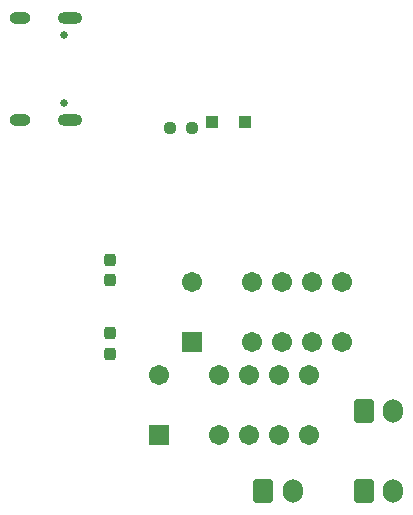
<source format=gbr>
%TF.GenerationSoftware,KiCad,Pcbnew,9.0.2*%
%TF.CreationDate,2025-10-13T00:09:24+02:00*%
%TF.ProjectId,STM32 RC AUTO,53544d33-3220-4524-9320-4155544f2e6b,rev?*%
%TF.SameCoordinates,Original*%
%TF.FileFunction,Soldermask,Bot*%
%TF.FilePolarity,Negative*%
%FSLAX46Y46*%
G04 Gerber Fmt 4.6, Leading zero omitted, Abs format (unit mm)*
G04 Created by KiCad (PCBNEW 9.0.2) date 2025-10-13 00:09:24*
%MOMM*%
%LPD*%
G01*
G04 APERTURE LIST*
G04 Aperture macros list*
%AMRoundRect*
0 Rectangle with rounded corners*
0 $1 Rounding radius*
0 $2 $3 $4 $5 $6 $7 $8 $9 X,Y pos of 4 corners*
0 Add a 4 corners polygon primitive as box body*
4,1,4,$2,$3,$4,$5,$6,$7,$8,$9,$2,$3,0*
0 Add four circle primitives for the rounded corners*
1,1,$1+$1,$2,$3*
1,1,$1+$1,$4,$5*
1,1,$1+$1,$6,$7*
1,1,$1+$1,$8,$9*
0 Add four rect primitives between the rounded corners*
20,1,$1+$1,$2,$3,$4,$5,0*
20,1,$1+$1,$4,$5,$6,$7,0*
20,1,$1+$1,$6,$7,$8,$9,0*
20,1,$1+$1,$8,$9,$2,$3,0*%
G04 Aperture macros list end*
%ADD10RoundRect,0.250000X-0.600000X-0.750000X0.600000X-0.750000X0.600000X0.750000X-0.600000X0.750000X0*%
%ADD11O,1.700000X2.000000*%
%ADD12RoundRect,0.237500X-0.237500X0.300000X-0.237500X-0.300000X0.237500X-0.300000X0.237500X0.300000X0*%
%ADD13RoundRect,0.250000X0.300000X0.300000X-0.300000X0.300000X-0.300000X-0.300000X0.300000X-0.300000X0*%
%ADD14RoundRect,0.102000X-0.754000X-0.754000X0.754000X-0.754000X0.754000X0.754000X-0.754000X0.754000X0*%
%ADD15C,1.712000*%
%ADD16RoundRect,0.237500X-0.250000X-0.237500X0.250000X-0.237500X0.250000X0.237500X-0.250000X0.237500X0*%
%ADD17C,0.650000*%
%ADD18O,2.100000X1.000000*%
%ADD19O,1.800000X1.000000*%
G04 APERTURE END LIST*
D10*
%TO.C,J4*%
X83000000Y-133975000D03*
D11*
X85500000Y-133975000D03*
%TD*%
D10*
%TO.C,J3*%
X83000000Y-140725000D03*
D11*
X85500000Y-140725000D03*
%TD*%
D10*
%TO.C,J2*%
X74500000Y-140725000D03*
D11*
X77000000Y-140725000D03*
%TD*%
D12*
%TO.C,C10*%
X61500000Y-127387500D03*
X61500000Y-129112500D03*
%TD*%
%TO.C,C7*%
X61500000Y-121137500D03*
X61500000Y-122862500D03*
%TD*%
D13*
%TO.C,D7*%
X72900000Y-109500000D03*
X70100000Y-109500000D03*
%TD*%
D14*
%TO.C,K2*%
X68450000Y-128090000D03*
D15*
X68450000Y-123010000D03*
X73530000Y-123010000D03*
X73530000Y-128090000D03*
X76070000Y-123010000D03*
X78610000Y-123010000D03*
X81150000Y-123010000D03*
X76070000Y-128090000D03*
X78610000Y-128090000D03*
X81150000Y-128090000D03*
%TD*%
D14*
%TO.C,K1*%
X65670000Y-136000000D03*
D15*
X65670000Y-130920000D03*
X70750000Y-130920000D03*
X70750000Y-136000000D03*
X73290000Y-130920000D03*
X75830000Y-130920000D03*
X78370000Y-130920000D03*
X73290000Y-136000000D03*
X75830000Y-136000000D03*
X78370000Y-136000000D03*
%TD*%
D16*
%TO.C,R3*%
X66587500Y-110000000D03*
X68412500Y-110000000D03*
%TD*%
D17*
%TO.C,J1*%
X57605000Y-102110000D03*
X57605000Y-107890000D03*
D18*
X58125000Y-100680000D03*
D19*
X53925000Y-100680000D03*
D18*
X58125000Y-109320000D03*
D19*
X53925000Y-109320000D03*
%TD*%
M02*

</source>
